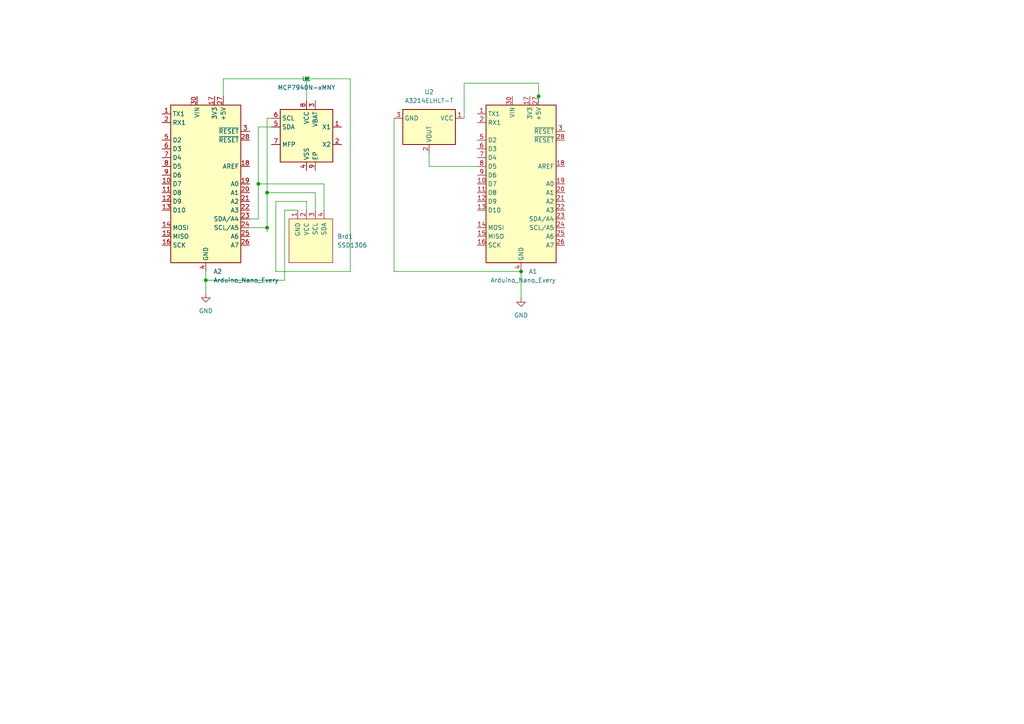
<source format=kicad_sch>
(kicad_sch (version 20230121) (generator eeschema)

  (uuid 1ae245c3-5883-4d12-9cd1-73ee350ccec6)

  (paper "A4")

  (lib_symbols
    (symbol "MCU_Module:Arduino_Nano_Every" (in_bom yes) (on_board yes)
      (property "Reference" "A" (at -10.16 23.495 0)
        (effects (font (size 1.27 1.27)) (justify left bottom))
      )
      (property "Value" "Arduino_Nano_Every" (at 5.08 -24.13 0)
        (effects (font (size 1.27 1.27)) (justify left top))
      )
      (property "Footprint" "Module:Arduino_Nano" (at 0 0 0)
        (effects (font (size 1.27 1.27) italic) hide)
      )
      (property "Datasheet" "https://content.arduino.cc/assets/NANOEveryV3.0_sch.pdf" (at 0 0 0)
        (effects (font (size 1.27 1.27)) hide)
      )
      (property "ki_keywords" "Arduino nano microcontroller module USB UPDI AATMega4809 AVR" (at 0 0 0)
        (effects (font (size 1.27 1.27)) hide)
      )
      (property "ki_description" "Arduino Nano Every" (at 0 0 0)
        (effects (font (size 1.27 1.27)) hide)
      )
      (property "ki_fp_filters" "Arduino*Nano*" (at 0 0 0)
        (effects (font (size 1.27 1.27)) hide)
      )
      (symbol "Arduino_Nano_Every_0_1"
        (rectangle (start -10.16 22.86) (end 10.16 -22.86)
          (stroke (width 0.254) (type default))
          (fill (type background))
        )
      )
      (symbol "Arduino_Nano_Every_1_1"
        (pin bidirectional line (at -12.7 20.32 0) (length 2.54)
          (name "TX1" (effects (font (size 1.27 1.27))))
          (number "1" (effects (font (size 1.27 1.27))))
        )
        (pin bidirectional line (at -12.7 0 0) (length 2.54)
          (name "D7" (effects (font (size 1.27 1.27))))
          (number "10" (effects (font (size 1.27 1.27))))
        )
        (pin bidirectional line (at -12.7 -2.54 0) (length 2.54)
          (name "D8" (effects (font (size 1.27 1.27))))
          (number "11" (effects (font (size 1.27 1.27))))
        )
        (pin bidirectional line (at -12.7 -5.08 0) (length 2.54)
          (name "D9" (effects (font (size 1.27 1.27))))
          (number "12" (effects (font (size 1.27 1.27))))
        )
        (pin bidirectional line (at -12.7 -7.62 0) (length 2.54)
          (name "D10" (effects (font (size 1.27 1.27))))
          (number "13" (effects (font (size 1.27 1.27))))
        )
        (pin bidirectional line (at -12.7 -12.7 0) (length 2.54)
          (name "MOSI" (effects (font (size 1.27 1.27))))
          (number "14" (effects (font (size 1.27 1.27))))
        )
        (pin bidirectional line (at -12.7 -15.24 0) (length 2.54)
          (name "MISO" (effects (font (size 1.27 1.27))))
          (number "15" (effects (font (size 1.27 1.27))))
        )
        (pin bidirectional line (at -12.7 -17.78 0) (length 2.54)
          (name "SCK" (effects (font (size 1.27 1.27))))
          (number "16" (effects (font (size 1.27 1.27))))
        )
        (pin power_out line (at 2.54 25.4 270) (length 2.54)
          (name "3V3" (effects (font (size 1.27 1.27))))
          (number "17" (effects (font (size 1.27 1.27))))
        )
        (pin input line (at 12.7 5.08 180) (length 2.54)
          (name "AREF" (effects (font (size 1.27 1.27))))
          (number "18" (effects (font (size 1.27 1.27))))
        )
        (pin bidirectional line (at 12.7 0 180) (length 2.54)
          (name "A0" (effects (font (size 1.27 1.27))))
          (number "19" (effects (font (size 1.27 1.27))))
        )
        (pin bidirectional line (at -12.7 17.78 0) (length 2.54)
          (name "RX1" (effects (font (size 1.27 1.27))))
          (number "2" (effects (font (size 1.27 1.27))))
        )
        (pin bidirectional line (at 12.7 -2.54 180) (length 2.54)
          (name "A1" (effects (font (size 1.27 1.27))))
          (number "20" (effects (font (size 1.27 1.27))))
        )
        (pin bidirectional line (at 12.7 -5.08 180) (length 2.54)
          (name "A2" (effects (font (size 1.27 1.27))))
          (number "21" (effects (font (size 1.27 1.27))))
        )
        (pin bidirectional line (at 12.7 -7.62 180) (length 2.54)
          (name "A3" (effects (font (size 1.27 1.27))))
          (number "22" (effects (font (size 1.27 1.27))))
        )
        (pin bidirectional line (at 12.7 -10.16 180) (length 2.54)
          (name "SDA/A4" (effects (font (size 1.27 1.27))))
          (number "23" (effects (font (size 1.27 1.27))))
        )
        (pin bidirectional line (at 12.7 -12.7 180) (length 2.54)
          (name "SCL/A5" (effects (font (size 1.27 1.27))))
          (number "24" (effects (font (size 1.27 1.27))))
        )
        (pin bidirectional line (at 12.7 -15.24 180) (length 2.54)
          (name "A6" (effects (font (size 1.27 1.27))))
          (number "25" (effects (font (size 1.27 1.27))))
        )
        (pin bidirectional line (at 12.7 -17.78 180) (length 2.54)
          (name "A7" (effects (font (size 1.27 1.27))))
          (number "26" (effects (font (size 1.27 1.27))))
        )
        (pin power_out line (at 5.08 25.4 270) (length 2.54)
          (name "+5V" (effects (font (size 1.27 1.27))))
          (number "27" (effects (font (size 1.27 1.27))))
        )
        (pin input line (at 12.7 12.7 180) (length 2.54)
          (name "~{RESET}" (effects (font (size 1.27 1.27))))
          (number "28" (effects (font (size 1.27 1.27))))
        )
        (pin passive line (at 0 -25.4 90) (length 2.54) hide
          (name "GND" (effects (font (size 1.27 1.27))))
          (number "29" (effects (font (size 1.27 1.27))))
        )
        (pin input line (at 12.7 15.24 180) (length 2.54)
          (name "~{RESET}" (effects (font (size 1.27 1.27))))
          (number "3" (effects (font (size 1.27 1.27))))
        )
        (pin power_in line (at -2.54 25.4 270) (length 2.54)
          (name "VIN" (effects (font (size 1.27 1.27))))
          (number "30" (effects (font (size 1.27 1.27))))
        )
        (pin power_in line (at 0 -25.4 90) (length 2.54)
          (name "GND" (effects (font (size 1.27 1.27))))
          (number "4" (effects (font (size 1.27 1.27))))
        )
        (pin bidirectional line (at -12.7 12.7 0) (length 2.54)
          (name "D2" (effects (font (size 1.27 1.27))))
          (number "5" (effects (font (size 1.27 1.27))))
        )
        (pin bidirectional line (at -12.7 10.16 0) (length 2.54)
          (name "D3" (effects (font (size 1.27 1.27))))
          (number "6" (effects (font (size 1.27 1.27))))
        )
        (pin bidirectional line (at -12.7 7.62 0) (length 2.54)
          (name "D4" (effects (font (size 1.27 1.27))))
          (number "7" (effects (font (size 1.27 1.27))))
        )
        (pin bidirectional line (at -12.7 5.08 0) (length 2.54)
          (name "D5" (effects (font (size 1.27 1.27))))
          (number "8" (effects (font (size 1.27 1.27))))
        )
        (pin bidirectional line (at -12.7 2.54 0) (length 2.54)
          (name "D6" (effects (font (size 1.27 1.27))))
          (number "9" (effects (font (size 1.27 1.27))))
        )
      )
    )
    (symbol "OLED:SSD1306" (pin_names (offset 1.016)) (in_bom yes) (on_board yes)
      (property "Reference" "Brd" (at 0 -3.81 0)
        (effects (font (size 1.27 1.27)))
      )
      (property "Value" "SSD1306" (at 0 -1.27 0)
        (effects (font (size 1.27 1.27)))
      )
      (property "Footprint" "" (at 0 6.35 0)
        (effects (font (size 1.27 1.27)) hide)
      )
      (property "Datasheet" "" (at 0 6.35 0)
        (effects (font (size 1.27 1.27)) hide)
      )
      (property "ki_keywords" "SSD1306" (at 0 0 0)
        (effects (font (size 1.27 1.27)) hide)
      )
      (property "ki_description" "SSD1306 OLED" (at 0 0 0)
        (effects (font (size 1.27 1.27)) hide)
      )
      (property "ki_fp_filters" "SSD1306-128x64_OLED:SSD1306" (at 0 0 0)
        (effects (font (size 1.27 1.27)) hide)
      )
      (symbol "SSD1306_0_1"
        (rectangle (start -6.35 6.35) (end 6.35 -6.35)
          (stroke (width 0) (type solid))
          (fill (type background))
        )
      )
      (symbol "SSD1306_1_1"
        (pin input line (at -3.81 8.89 270) (length 2.54)
          (name "GND" (effects (font (size 1.27 1.27))))
          (number "1" (effects (font (size 1.27 1.27))))
        )
        (pin input line (at -1.27 8.89 270) (length 2.54)
          (name "VCC" (effects (font (size 1.27 1.27))))
          (number "2" (effects (font (size 1.27 1.27))))
        )
        (pin input line (at 1.27 8.89 270) (length 2.54)
          (name "SCL" (effects (font (size 1.27 1.27))))
          (number "3" (effects (font (size 1.27 1.27))))
        )
        (pin input line (at 3.81 8.89 270) (length 2.54)
          (name "SDA" (effects (font (size 1.27 1.27))))
          (number "4" (effects (font (size 1.27 1.27))))
        )
      )
    )
    (symbol "Sensor_Magnetic:A3214ELHLT-T" (in_bom yes) (on_board yes)
      (property "Reference" "U" (at 0 11.43 0)
        (effects (font (size 1.27 1.27)) (justify left))
      )
      (property "Value" "A3214ELHLT-T" (at 0 8.89 0)
        (effects (font (size 1.27 1.27)) (justify left))
      )
      (property "Footprint" "Package_TO_SOT_SMD:SOT-23W" (at 0 -8.89 0)
        (effects (font (size 1.27 1.27) italic) (justify left) hide)
      )
      (property "Datasheet" "http://www.allegromicro.com/~/media/Files/Datasheets/A3213-4-Datasheet.ashx" (at -2.54 0 0)
        (effects (font (size 1.27 1.27)) hide)
      )
      (property "ki_keywords" "hall switch" (at 0 0 0)
        (effects (font (size 1.27 1.27)) hide)
      )
      (property "ki_description" "Linear Hall Effect Sensor, SOT-23W" (at 0 0 0)
        (effects (font (size 1.27 1.27)) hide)
      )
      (property "ki_fp_filters" "SOT?23W*" (at 0 0 0)
        (effects (font (size 1.27 1.27)) hide)
      )
      (symbol "A3214ELHLT-T_0_1"
        (rectangle (start -5.08 7.62) (end 5.08 -7.62)
          (stroke (width 0.254) (type default))
          (fill (type background))
        )
      )
      (symbol "A3214ELHLT-T_1_1"
        (pin power_in line (at -2.54 10.16 270) (length 2.54)
          (name "VCC" (effects (font (size 1.27 1.27))))
          (number "1" (effects (font (size 1.27 1.27))))
        )
        (pin output line (at 7.62 0 180) (length 2.54)
          (name "VOUT" (effects (font (size 1.27 1.27))))
          (number "2" (effects (font (size 1.27 1.27))))
        )
        (pin power_in line (at -2.54 -10.16 90) (length 2.54)
          (name "GND" (effects (font (size 1.27 1.27))))
          (number "3" (effects (font (size 1.27 1.27))))
        )
      )
    )
    (symbol "Timer_RTC:MCP7940N-xMNY" (in_bom yes) (on_board yes)
      (property "Reference" "U" (at -6.35 8.89 0)
        (effects (font (size 1.27 1.27)))
      )
      (property "Value" "MCP7940N-xMNY" (at 11.43 8.89 0)
        (effects (font (size 1.27 1.27)))
      )
      (property "Footprint" "Package_DFN_QFN:DFN-8-1EP_3x2mm_P0.5mm_EP1.36x1.46mm" (at 0 0 0)
        (effects (font (size 1.27 1.27)) hide)
      )
      (property "Datasheet" "http://ww1.microchip.com/downloads/en/DeviceDoc/20005010F.pdf" (at 0 0 0)
        (effects (font (size 1.27 1.27)) hide)
      )
      (property "ki_keywords" "realtime clock RTC" (at 0 0 0)
        (effects (font (size 1.27 1.27)) hide)
      )
      (property "ki_description" "Real-Time Clock, I2C, Battery Backup, TDFN-8" (at 0 0 0)
        (effects (font (size 1.27 1.27)) hide)
      )
      (property "ki_fp_filters" "DFN*1EP*3x2mm*P0.5mm*" (at 0 0 0)
        (effects (font (size 1.27 1.27)) hide)
      )
      (symbol "MCP7940N-xMNY_0_1"
        (rectangle (start -7.62 7.62) (end 7.62 -7.62)
          (stroke (width 0.254) (type default))
          (fill (type background))
        )
      )
      (symbol "MCP7940N-xMNY_1_1"
        (pin input line (at 10.16 2.54 180) (length 2.54)
          (name "X1" (effects (font (size 1.27 1.27))))
          (number "1" (effects (font (size 1.27 1.27))))
        )
        (pin output line (at 10.16 -2.54 180) (length 2.54)
          (name "X2" (effects (font (size 1.27 1.27))))
          (number "2" (effects (font (size 1.27 1.27))))
        )
        (pin power_in line (at 2.54 10.16 270) (length 2.54)
          (name "VBAT" (effects (font (size 1.27 1.27))))
          (number "3" (effects (font (size 1.27 1.27))))
        )
        (pin power_in line (at 0 -10.16 90) (length 2.54)
          (name "VSS" (effects (font (size 1.27 1.27))))
          (number "4" (effects (font (size 1.27 1.27))))
        )
        (pin bidirectional line (at -10.16 2.54 0) (length 2.54)
          (name "SDA" (effects (font (size 1.27 1.27))))
          (number "5" (effects (font (size 1.27 1.27))))
        )
        (pin input line (at -10.16 5.08 0) (length 2.54)
          (name "SCL" (effects (font (size 1.27 1.27))))
          (number "6" (effects (font (size 1.27 1.27))))
        )
        (pin open_collector line (at -10.16 -2.54 0) (length 2.54)
          (name "MFP" (effects (font (size 1.27 1.27))))
          (number "7" (effects (font (size 1.27 1.27))))
        )
        (pin power_in line (at 0 10.16 270) (length 2.54)
          (name "VCC" (effects (font (size 1.27 1.27))))
          (number "8" (effects (font (size 1.27 1.27))))
        )
        (pin power_in line (at 2.54 -10.16 90) (length 2.54)
          (name "EP" (effects (font (size 1.27 1.27))))
          (number "9" (effects (font (size 1.27 1.27))))
        )
      )
    )
    (symbol "power:GND" (power) (pin_names (offset 0)) (in_bom yes) (on_board yes)
      (property "Reference" "#PWR" (at 0 -6.35 0)
        (effects (font (size 1.27 1.27)) hide)
      )
      (property "Value" "GND" (at 0 -3.81 0)
        (effects (font (size 1.27 1.27)))
      )
      (property "Footprint" "" (at 0 0 0)
        (effects (font (size 1.27 1.27)) hide)
      )
      (property "Datasheet" "" (at 0 0 0)
        (effects (font (size 1.27 1.27)) hide)
      )
      (property "ki_keywords" "global power" (at 0 0 0)
        (effects (font (size 1.27 1.27)) hide)
      )
      (property "ki_description" "Power symbol creates a global label with name \"GND\" , ground" (at 0 0 0)
        (effects (font (size 1.27 1.27)) hide)
      )
      (symbol "GND_0_1"
        (polyline
          (pts
            (xy 0 0)
            (xy 0 -1.27)
            (xy 1.27 -1.27)
            (xy 0 -2.54)
            (xy -1.27 -1.27)
            (xy 0 -1.27)
          )
          (stroke (width 0) (type default))
          (fill (type none))
        )
      )
      (symbol "GND_1_1"
        (pin power_in line (at 0 0 270) (length 0) hide
          (name "GND" (effects (font (size 1.27 1.27))))
          (number "1" (effects (font (size 1.27 1.27))))
        )
      )
    )
  )

  (junction (at 77.47 66.04) (diameter 0) (color 0 0 0 0)
    (uuid 00779e07-3271-482f-a38f-7e966b0d5f09)
  )
  (junction (at 156.21 27.94) (diameter 0) (color 0 0 0 0)
    (uuid 00b946a3-ddd6-429f-b874-637e117292ac)
  )
  (junction (at 59.69 81.28) (diameter 0) (color 0 0 0 0)
    (uuid 0a44b200-7917-4d92-8e0c-56fd8a064f8f)
  )
  (junction (at 77.47 55.88) (diameter 0) (color 0 0 0 0)
    (uuid 515f8da7-0db1-4b8c-9b1d-e504377d73b5)
  )
  (junction (at 151.13 78.74) (diameter 0) (color 0 0 0 0)
    (uuid a7e60fe7-9794-4a1d-b68b-b3976d8d6bb3)
  )
  (junction (at 74.93 53.34) (diameter 0) (color 0 0 0 0)
    (uuid da4cde41-ede7-40db-ad19-6d4c4f576f09)
  )
  (junction (at 88.9 22.86) (diameter 0) (color 0 0 0 0)
    (uuid f2117bfe-64e7-416c-9b77-739e2e3256c2)
  )

  (wire (pts (xy 101.6 78.74) (xy 101.6 22.86))
    (stroke (width 0) (type default))
    (uuid 011c01e4-a7e9-4c62-a3ee-9131b6b43762)
  )
  (wire (pts (xy 72.39 63.5) (xy 74.93 63.5))
    (stroke (width 0) (type default))
    (uuid 05376a73-c081-4f13-a148-7dea2980aa56)
  )
  (wire (pts (xy 88.9 22.86) (xy 101.6 22.86))
    (stroke (width 0) (type default))
    (uuid 0df9dc64-7da5-4084-9e28-7bcc7ab8db0e)
  )
  (wire (pts (xy 78.74 34.29) (xy 77.47 34.29))
    (stroke (width 0) (type default))
    (uuid 0e7f5914-61ce-4ba0-9465-db7045551b77)
  )
  (wire (pts (xy 59.69 78.74) (xy 59.69 81.28))
    (stroke (width 0) (type default))
    (uuid 1487e1d1-fd2e-4694-b086-a3639b9d1ad3)
  )
  (wire (pts (xy 78.74 36.83) (xy 74.93 36.83))
    (stroke (width 0) (type default))
    (uuid 196b8fe1-f103-4cf5-b565-c4ee47067906)
  )
  (wire (pts (xy 88.9 22.86) (xy 64.77 22.86))
    (stroke (width 0) (type default))
    (uuid 1a979ed9-0824-4c0f-b4d7-7f8c8cc35bd2)
  )
  (wire (pts (xy 151.13 78.74) (xy 151.13 86.36))
    (stroke (width 0) (type default))
    (uuid 1eba6857-0caa-4587-a205-44c58c48cd79)
  )
  (wire (pts (xy 59.69 81.28) (xy 59.69 85.09))
    (stroke (width 0) (type default))
    (uuid 1ff7f22c-b36e-47ef-be0f-f257e18cad92)
  )
  (wire (pts (xy 156.21 24.13) (xy 156.21 27.94))
    (stroke (width 0) (type default))
    (uuid 20f457f4-a75d-487c-bea0-cdc2e45548ee)
  )
  (wire (pts (xy 77.47 55.88) (xy 77.47 66.04))
    (stroke (width 0) (type default))
    (uuid 2e014b3f-c508-4cc5-ab13-40aaecbb54b1)
  )
  (wire (pts (xy 124.46 48.26) (xy 138.43 48.26))
    (stroke (width 0) (type default))
    (uuid 35a0b205-a734-4ea8-9b48-46f74f490d62)
  )
  (wire (pts (xy 134.62 34.29) (xy 134.62 24.13))
    (stroke (width 0) (type default))
    (uuid 39fea5bb-b2b5-4970-ae97-96f567fbfae1)
  )
  (wire (pts (xy 74.93 53.34) (xy 74.93 63.5))
    (stroke (width 0) (type default))
    (uuid 3fb72a10-3d8e-4714-a9ed-7ac37088f93e)
  )
  (wire (pts (xy 93.98 60.96) (xy 93.98 53.34))
    (stroke (width 0) (type default))
    (uuid 43c4fd0e-1b6a-4638-834e-250fd6ba7b47)
  )
  (wire (pts (xy 77.47 66.04) (xy 72.39 66.04))
    (stroke (width 0) (type default))
    (uuid 4eefd06b-a6b9-47cf-8f3f-687d3863dd34)
  )
  (wire (pts (xy 114.3 78.74) (xy 151.13 78.74))
    (stroke (width 0) (type default))
    (uuid 52b3a26d-30ab-4eb7-a9d5-1e27da30bcfc)
  )
  (wire (pts (xy 134.62 24.13) (xy 156.21 24.13))
    (stroke (width 0) (type default))
    (uuid 5d879e1e-84fa-4e01-b157-b5932f689ea1)
  )
  (wire (pts (xy 77.47 34.29) (xy 77.47 55.88))
    (stroke (width 0) (type default))
    (uuid 5fc2cfc7-56e6-4fae-98d3-44430d22f689)
  )
  (wire (pts (xy 88.9 58.42) (xy 80.01 58.42))
    (stroke (width 0) (type default))
    (uuid 774a8097-53a1-4630-94ea-216499856c2c)
  )
  (wire (pts (xy 88.9 22.86) (xy 88.9 29.21))
    (stroke (width 0) (type default))
    (uuid 7b9851f2-6074-49bd-ab45-f0bb04aed20a)
  )
  (wire (pts (xy 114.3 34.29) (xy 114.3 78.74))
    (stroke (width 0) (type default))
    (uuid 7d941d28-4d84-4b90-a431-eeb570ff0369)
  )
  (wire (pts (xy 74.93 53.34) (xy 93.98 53.34))
    (stroke (width 0) (type default))
    (uuid 96c9daa1-add2-46b4-bf26-929246eecae6)
  )
  (wire (pts (xy 77.47 67.31) (xy 77.47 66.04))
    (stroke (width 0) (type default))
    (uuid 986adadc-3724-445c-b2a7-e6e4c6de5a80)
  )
  (wire (pts (xy 156.21 27.94) (xy 156.21 30.48))
    (stroke (width 0) (type default))
    (uuid a1be6af0-38be-4790-92bf-ea1d90531e22)
  )
  (wire (pts (xy 59.69 81.28) (xy 82.55 81.28))
    (stroke (width 0) (type default))
    (uuid bab5471b-7d42-4ee9-9d24-cf7032e8bf9e)
  )
  (wire (pts (xy 80.01 58.42) (xy 80.01 78.74))
    (stroke (width 0) (type default))
    (uuid c2254a14-2b3a-478d-b663-303001e80607)
  )
  (wire (pts (xy 74.93 36.83) (xy 74.93 53.34))
    (stroke (width 0) (type default))
    (uuid c88636ba-b0cb-4d59-98ba-f0311216a554)
  )
  (wire (pts (xy 82.55 60.96) (xy 82.55 81.28))
    (stroke (width 0) (type default))
    (uuid d9df0170-eb05-4f8c-abcb-b35334d986af)
  )
  (wire (pts (xy 91.44 60.96) (xy 91.44 55.88))
    (stroke (width 0) (type default))
    (uuid daf84ed5-40e4-4dc5-a23a-ce18e2d027b4)
  )
  (wire (pts (xy 64.77 27.94) (xy 64.77 22.86))
    (stroke (width 0) (type default))
    (uuid e8870f56-8908-4637-8c69-110d95381bba)
  )
  (wire (pts (xy 91.44 55.88) (xy 77.47 55.88))
    (stroke (width 0) (type default))
    (uuid ebcd60b0-8194-42e3-90e4-4fda8514af9e)
  )
  (wire (pts (xy 80.01 78.74) (xy 101.6 78.74))
    (stroke (width 0) (type default))
    (uuid f4dce45b-98aa-4bca-be24-49ae2c4886a2)
  )
  (wire (pts (xy 124.46 44.45) (xy 124.46 48.26))
    (stroke (width 0) (type default))
    (uuid fa727948-d6ac-45bb-9e4d-0622c1373a9a)
  )
  (wire (pts (xy 86.36 60.96) (xy 82.55 60.96))
    (stroke (width 0) (type default))
    (uuid fc81e118-a673-4c96-9b22-5ede540997fa)
  )
  (wire (pts (xy 88.9 60.96) (xy 88.9 58.42))
    (stroke (width 0) (type default))
    (uuid fefa5e8c-1afd-4e39-95b2-b2360eec14c1)
  )

  (symbol (lib_id "Timer_RTC:MCP7940N-xMNY") (at 88.9 39.37 0) (unit 1)
    (in_bom yes) (on_board yes) (dnp no)
    (uuid 0449340c-bbef-48e5-86c6-b43a47348ac3)
    (property "Reference" "U1" (at 88.9 22.86 0)
      (effects (font (size 1.27 1.27)))
    )
    (property "Value" "MCP7940N-xMNY" (at 88.9 25.4 0)
      (effects (font (size 1.27 1.27)))
    )
    (property "Footprint" "Package_DFN_QFN:DFN-8-1EP_3x2mm_P0.5mm_EP1.36x1.46mm" (at 88.9 39.37 0)
      (effects (font (size 1.27 1.27)) hide)
    )
    (property "Datasheet" "http://ww1.microchip.com/downloads/en/DeviceDoc/20005010F.pdf" (at 88.9 39.37 0)
      (effects (font (size 1.27 1.27)) hide)
    )
    (pin "6" (uuid ed7c0fc5-9745-4d6c-a6e2-dc78c0157a01))
    (pin "4" (uuid 8b75f7ee-ce3f-4099-bf8f-ce773be7ca75))
    (pin "3" (uuid dfd6356d-e288-4a4c-aab9-e52a7db2f2a8))
    (pin "8" (uuid d6aa7e9c-e6c2-4d91-bdab-111642a3b6af))
    (pin "7" (uuid 3a1a3bab-6dee-4e97-85e5-d07d0596d852))
    (pin "9" (uuid ca300a6b-fb3b-4a61-b938-17db695121d7))
    (pin "1" (uuid 162ee80b-5cc0-4ac9-80f0-2da5ee3d37a5))
    (pin "2" (uuid 42188feb-33c0-418d-a5a2-17c6ca33e2a9))
    (pin "5" (uuid 312a3e0e-9dd6-4fbf-9549-63d3009d9d66))
    (instances
      (project "PCB"
        (path "/1ae245c3-5883-4d12-9cd1-73ee350ccec6"
          (reference "U1") (unit 1)
        )
      )
    )
  )

  (symbol (lib_id "power:GND") (at 151.13 86.36 0) (unit 1)
    (in_bom yes) (on_board yes) (dnp no) (fields_autoplaced)
    (uuid 10b4bae8-3a93-48a3-9036-8997c8ec6b61)
    (property "Reference" "#PWR03" (at 151.13 92.71 0)
      (effects (font (size 1.27 1.27)) hide)
    )
    (property "Value" "GND" (at 151.13 91.44 0)
      (effects (font (size 1.27 1.27)))
    )
    (property "Footprint" "" (at 151.13 86.36 0)
      (effects (font (size 1.27 1.27)) hide)
    )
    (property "Datasheet" "" (at 151.13 86.36 0)
      (effects (font (size 1.27 1.27)) hide)
    )
    (pin "1" (uuid 4d6735fa-2533-4a4a-9f87-a1af88b0fa5d))
    (instances
      (project "PCB"
        (path "/1ae245c3-5883-4d12-9cd1-73ee350ccec6"
          (reference "#PWR03") (unit 1)
        )
      )
    )
  )

  (symbol (lib_id "Sensor_Magnetic:A3214ELHLT-T") (at 124.46 36.83 270) (unit 1)
    (in_bom yes) (on_board yes) (dnp no) (fields_autoplaced)
    (uuid 39324362-20ae-44ac-967b-6a81b8e38892)
    (property "Reference" "U2" (at 124.46 26.67 90)
      (effects (font (size 1.27 1.27)))
    )
    (property "Value" "A3214ELHLT-T" (at 124.46 29.21 90)
      (effects (font (size 1.27 1.27)))
    )
    (property "Footprint" "Package_TO_SOT_SMD:SOT-23W" (at 115.57 36.83 0)
      (effects (font (size 1.27 1.27) italic) (justify left) hide)
    )
    (property "Datasheet" "http://www.allegromicro.com/~/media/Files/Datasheets/A3213-4-Datasheet.ashx" (at 124.46 34.29 0)
      (effects (font (size 1.27 1.27)) hide)
    )
    (pin "2" (uuid 3f2ad3c9-ccce-4d5c-a438-b7f57cd7fe3f))
    (pin "3" (uuid 2d961cc1-319d-4fa2-8fed-6e9d3b0dcf05))
    (pin "1" (uuid 9c9924fd-c213-4faf-a913-904654e614bc))
    (instances
      (project "PCB"
        (path "/1ae245c3-5883-4d12-9cd1-73ee350ccec6"
          (reference "U2") (unit 1)
        )
      )
    )
  )

  (symbol (lib_id "power:GND") (at 59.69 85.09 0) (unit 1)
    (in_bom yes) (on_board yes) (dnp no) (fields_autoplaced)
    (uuid 48a25b2f-86b0-4e27-8e6f-dc38167e39f1)
    (property "Reference" "#PWR01" (at 59.69 91.44 0)
      (effects (font (size 1.27 1.27)) hide)
    )
    (property "Value" "GND" (at 59.69 90.17 0)
      (effects (font (size 1.27 1.27)))
    )
    (property "Footprint" "" (at 59.69 85.09 0)
      (effects (font (size 1.27 1.27)) hide)
    )
    (property "Datasheet" "" (at 59.69 85.09 0)
      (effects (font (size 1.27 1.27)) hide)
    )
    (pin "1" (uuid 5166ad96-3e13-4839-977d-28a366d7a4e7))
    (instances
      (project "PCB"
        (path "/1ae245c3-5883-4d12-9cd1-73ee350ccec6"
          (reference "#PWR01") (unit 1)
        )
      )
    )
  )

  (symbol (lib_id "MCU_Module:Arduino_Nano_Every") (at 151.13 53.34 0) (unit 1)
    (in_bom yes) (on_board yes) (dnp no)
    (uuid 524affe9-c4b8-4de6-bb42-2180d9d44bd1)
    (property "Reference" "A1" (at 153.3241 78.74 0)
      (effects (font (size 1.27 1.27)) (justify left))
    )
    (property "Value" "Arduino_Nano_Every" (at 142.24 81.28 0)
      (effects (font (size 1.27 1.27)) (justify left))
    )
    (property "Footprint" "Module:Arduino_Nano" (at 151.13 53.34 0)
      (effects (font (size 1.27 1.27) italic) hide)
    )
    (property "Datasheet" "https://content.arduino.cc/assets/NANOEveryV3.0_sch.pdf" (at 151.13 53.34 0)
      (effects (font (size 1.27 1.27)) hide)
    )
    (pin "7" (uuid 782f9c58-50bc-49ed-9b7c-d37df9b7a392))
    (pin "27" (uuid 62d2ed3a-d59d-4a27-b67e-87316dc8b662))
    (pin "4" (uuid 2d521e9a-1612-4173-adc6-30f419aa073b))
    (pin "3" (uuid 0b82e523-d8ef-4ba6-ba78-ada8599925fd))
    (pin "15" (uuid 753ea6b8-606f-4cf7-a6e1-aad6f92c532d))
    (pin "13" (uuid aade7f3d-3888-4175-ac8e-9eb5316b96a2))
    (pin "9" (uuid 152d75a9-e2fb-4a9b-a91a-15f5027409ff))
    (pin "8" (uuid 608323d1-0f9e-41dc-8e8d-9b3eec409518))
    (pin "16" (uuid 5c54c312-a4ec-46cc-bc45-f2b69791aff5))
    (pin "23" (uuid 15ec5a9f-47f1-4232-9e03-8cf2e45e0a7a))
    (pin "26" (uuid f99cb6c1-b2d0-4f74-ba23-66a07893a1f1))
    (pin "20" (uuid ff408d52-fedb-4604-9bec-0a65ef511645))
    (pin "30" (uuid a384c1b9-7b76-4454-bb92-de292455dd38))
    (pin "6" (uuid b1a7c08e-4932-443b-b910-d0e123611b99))
    (pin "19" (uuid e4d9bb89-930f-4253-9648-9ab31500a3f7))
    (pin "10" (uuid fea9ae6a-695e-4805-ad35-3f70baa4a7b6))
    (pin "22" (uuid 4797c80d-0a3a-4453-8e5e-594ad41431c6))
    (pin "29" (uuid 9abc605d-8c0d-4970-b005-2dfed94f0cf0))
    (pin "17" (uuid 1c8258b2-3760-46ad-9187-4675d95641a2))
    (pin "14" (uuid 092c9275-1611-48ec-8ed0-0efb68828746))
    (pin "18" (uuid 4caaefe6-1a57-4a63-b19a-989fef6dd9bf))
    (pin "28" (uuid c9ced72d-5010-430a-a49d-2a3740ca3d11))
    (pin "24" (uuid 372daadb-08b8-4fb4-b185-2055beeae591))
    (pin "5" (uuid d0a7d6b4-61a8-4995-9c59-8797bcd24847))
    (pin "2" (uuid fbf0e429-34fc-4de5-b6af-ad2c4db4d339))
    (pin "1" (uuid cbf028fa-300f-40c9-b400-549ff8a6d7a0))
    (pin "11" (uuid bdd443c9-db25-4034-93fe-f262ebebf344))
    (pin "12" (uuid 95027d9b-268f-4743-97e9-17acee21576e))
    (pin "21" (uuid d2a75c8e-269b-4e4b-9957-ddc9cf213f27))
    (pin "25" (uuid 07b77e1c-297b-4113-bd2e-725915f1f094))
    (instances
      (project "PCB"
        (path "/1ae245c3-5883-4d12-9cd1-73ee350ccec6"
          (reference "A1") (unit 1)
        )
      )
    )
  )

  (symbol (lib_id "OLED:SSD1306") (at 90.17 69.85 0) (unit 1)
    (in_bom yes) (on_board yes) (dnp no) (fields_autoplaced)
    (uuid d2e8c25e-554d-4cc7-9d79-8295a1cda59f)
    (property "Reference" "Brd1" (at 97.79 68.58 0)
      (effects (font (size 1.27 1.27)) (justify left))
    )
    (property "Value" "SSD1306" (at 97.79 71.12 0)
      (effects (font (size 1.27 1.27)) (justify left))
    )
    (property "Footprint" "" (at 90.17 63.5 0)
      (effects (font (size 1.27 1.27)) hide)
    )
    (property "Datasheet" "" (at 90.17 63.5 0)
      (effects (font (size 1.27 1.27)) hide)
    )
    (pin "4" (uuid da02ca73-42e5-4b6f-aaa2-b5fa5a93a4e1))
    (pin "2" (uuid 51138d99-1212-454d-ac7b-a6a5458aab20))
    (pin "3" (uuid 11a9c329-badd-4d8c-ad83-db9280d42833))
    (pin "1" (uuid 182df3ca-564f-4ac0-811d-63c0e4d8bfae))
    (instances
      (project "PCB"
        (path "/1ae245c3-5883-4d12-9cd1-73ee350ccec6"
          (reference "Brd1") (unit 1)
        )
      )
    )
  )

  (symbol (lib_id "MCU_Module:Arduino_Nano_Every") (at 59.69 53.34 0) (unit 1)
    (in_bom yes) (on_board yes) (dnp no) (fields_autoplaced)
    (uuid d40424dc-7169-408b-b0bd-e6e267f18917)
    (property "Reference" "A2" (at 61.8841 78.74 0)
      (effects (font (size 1.27 1.27)) (justify left))
    )
    (property "Value" "Arduino_Nano_Every" (at 61.8841 81.28 0)
      (effects (font (size 1.27 1.27)) (justify left))
    )
    (property "Footprint" "Module:Arduino_Nano" (at 59.69 53.34 0)
      (effects (font (size 1.27 1.27) italic) hide)
    )
    (property "Datasheet" "https://content.arduino.cc/assets/NANOEveryV3.0_sch.pdf" (at 59.69 53.34 0)
      (effects (font (size 1.27 1.27)) hide)
    )
    (pin "7" (uuid 7faf4405-c19e-473b-bc08-1a7133f0103e))
    (pin "27" (uuid c7c4bb52-a82f-4117-9c66-a903948fcc83))
    (pin "4" (uuid b9f1d65b-87c6-455d-bd00-283c50e30f40))
    (pin "3" (uuid a653fd8d-6f79-4da1-b058-10309d1c9503))
    (pin "15" (uuid e1eb4f37-e676-4aac-8280-63b1c590f376))
    (pin "13" (uuid a55431b8-7762-4d29-aabb-12121bb4e782))
    (pin "9" (uuid 92b756e3-7a9a-449b-832b-6b1aca8bf488))
    (pin "8" (uuid 0dedbbc6-c5bc-4c46-8c62-bb59930b8677))
    (pin "16" (uuid 162569a3-072b-47dd-8362-2d7434d47f01))
    (pin "23" (uuid 891d1bb1-779e-44f7-8ca4-a8547067e4ed))
    (pin "26" (uuid e8780105-5bcb-44a4-8faa-80dd26d33eb6))
    (pin "20" (uuid 3f6de85f-b511-49f2-967b-11661151cdfc))
    (pin "30" (uuid eade823b-ab90-4728-9cda-33a24d79cd15))
    (pin "6" (uuid c20dec4c-0ffc-4e76-a21e-1fc8494fe14f))
    (pin "19" (uuid f4e97e7f-68f3-4f0c-a6a7-2af967c0f5d3))
    (pin "10" (uuid af57421d-2ee0-4f29-b363-152a6288985e))
    (pin "22" (uuid 6c9fd722-f1d9-48a3-9b6d-e10fafe2e4f5))
    (pin "29" (uuid 2985d79c-b49a-4b23-9026-3772145988f8))
    (pin "17" (uuid 7ca1563b-a4a0-4f7a-9974-a852f071692a))
    (pin "14" (uuid f6026b7d-d026-4e22-980b-ef2e5f67b724))
    (pin "18" (uuid 9024afcc-075b-4d2f-bff5-7467600fbc15))
    (pin "28" (uuid 46fe7d62-238f-443c-9203-6a722ed16d05))
    (pin "24" (uuid 8d36efc4-7a53-48a7-b7d8-2cd9456226e6))
    (pin "5" (uuid d5bd3f37-47c0-4355-bb08-0334079b4741))
    (pin "2" (uuid a5521260-e899-4160-ba7c-f0d12b501ac0))
    (pin "1" (uuid f06eaed6-ec4a-4273-a6c7-e8d97b8a7ccc))
    (pin "11" (uuid 0ed7338e-72eb-46ed-9d4a-dbd9f987ba89))
    (pin "12" (uuid 0861d7c9-db8c-4e9e-84bf-0d65c622b978))
    (pin "21" (uuid 6662a171-84cd-4e2a-bd41-ca5e66142f24))
    (pin "25" (uuid d0f8a392-34b9-4ab5-a485-5b176758741a))
    (instances
      (project "PCB"
        (path "/1ae245c3-5883-4d12-9cd1-73ee350ccec6"
          (reference "A2") (unit 1)
        )
      )
    )
  )

  (sheet_instances
    (path "/" (page "1"))
  )
)

</source>
